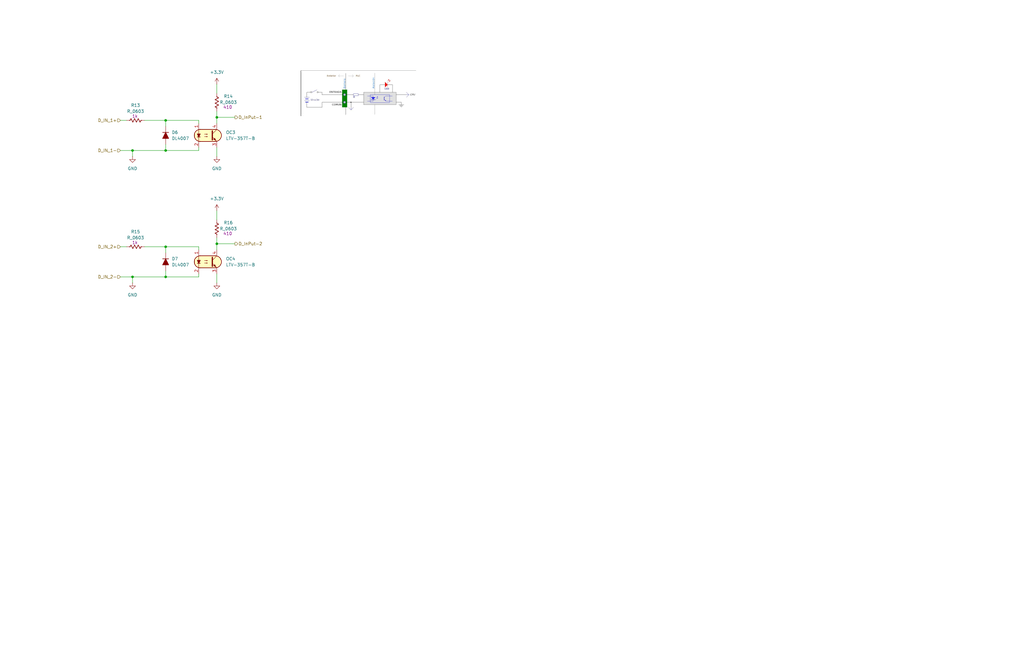
<source format=kicad_sch>
(kicad_sch (version 20250114) (generator "eeschema") (generator_version "9.0")
  (paper "USLedger")
  (lib_symbols
    (symbol "PCM_Diode_AKL:DL4007" (pin_numbers (hide yes)) (pin_names (offset 1.016) (hide yes))
      (property "Reference" "D" (at 0 5.08 0))
      (property "Value" "DL4007" (at 0 2.54 0))
      (symbol "DL4007_0_1"
        (polyline (pts (xy -1.27 1.27) (xy -1.27 -1.27) (xy 1.27 0) (xy -1.27 1.27)) (stroke (width 0.254)) (fill (type outline)))
        (polyline (pts (xy -1.27 0) (xy 1.27 0)))
        (polyline (pts (xy 1.27 1.27) (xy 1.27 -1.27)) (stroke (width 0.254)))
      )
      (symbol "DL4007_0_2"
        (polyline (pts (xy -2.54 -2.54) (xy 2.54 2.54)))
        (polyline (pts (xy -0.889 -0.889) (xy -1.778 0) (xy 0.889 0.889) (xy 0 -1.778) (xy -0.889 -0.889)) (stroke (width 0.254)) (fill (type outline)))
        (polyline (pts (xy 0 1.778) (xy 1.778 0)) (stroke (width 0.254)))
      )
      (symbol "DL4007_1_1"
        (pin passive line (at -3.81 0 0) (length 2.54) (name "A") (number "2"))
        (pin passive line (at 3.81 0 180) (length 2.54) (name "K") (number "1"))
      )
      (symbol "DL4007_1_2"
        (pin passive line (at -2.54 -2.54 0) (length 0) (name "A") (number "2"))
        (pin passive line (at 2.54 2.54 180) (length 0) (name "K") (number "1"))
      )
    )
    (symbol "PCM_Optocoupler_AKL:LTV-357T-B" (pin_names (offset 1.016))
      (property "Reference" "OC" (at 6.35 1.27 0))
      (property "Value" "LTV-357T-B" (at 6.35 -1.27 0))
      (symbol "LTV-357T-B_0_1"
        (polyline (pts (xy -4.445 -0.635) (xy -3.175 -0.635)) (stroke (width 0.254)))
        (polyline (pts (xy -3.81 -0.635) (xy -4.445 0.635) (xy -3.175 0.635) (xy -3.81 -0.635)) (stroke (width 0.254)) (fill (type outline)))
        (polyline (pts (xy -3.81 -2.54) (xy -3.81 -1.27) (xy -3.81 2.54)) (stroke (width 0.1524)))
        (polyline (pts (xy -3.175 2.54) (xy 3.175 2.54)) (stroke (width 0.254)))
        (arc (start -3.1975 -2.54) (mid -5.7151 0) (end -3.1975 2.54) (stroke (width 0.254)))
        (polyline (pts (xy -2.54 2.54) (xy 3.429 2.54) (xy 4.318 2.286) (xy 4.699 2.032) (xy 5.08 1.651) (xy 5.461 1.016) (xy 5.715 0.381) (xy 5.715 -0.381) (xy 5.461 -1.143) (xy 4.826 -1.905) (xy 4.191 -2.286) (xy 3.302 -2.54) (xy -3.81 -2.54) (xy -3.81 -2.54) (xy -4.572 -2.032) (xy -5.08 -1.778) (xy -5.588 -0.508) (xy -5.588 0.254) (xy -5.588 1.016) (xy -5.08 1.778) (xy -4.318 2.286) (xy -3.556 2.54) (xy -2.54 2.54)) (stroke (width 0.01)) (fill (type background)))
        (polyline (pts (xy -1.397 0.508) (xy -0.127 0.508) (xy -0.508 0.381) (xy -0.508 0.635) (xy -0.127 0.508)))
        (polyline (pts (xy -1.397 -0.508) (xy -0.127 -0.508) (xy -0.508 -0.635) (xy -0.508 -0.381) (xy -0.127 -0.508)))
        (polyline (pts (xy 1.905 1.905) (xy 1.905 -1.905) (xy 1.905 -1.905)) (stroke (width 0.508)))
        (polyline (pts (xy 1.905 0.635) (xy 3.81 2.54)))
        (polyline (pts (xy 2.413 -1.651) (xy 2.921 -1.143) (xy 3.429 -2.159) (xy 2.413 -1.651) (xy 2.413 -1.651)) (fill (type outline)))
        (arc (start 3.1975 2.54) (mid 5.7151 0) (end 3.1975 -2.54) (stroke (width 0.254)))
        (polyline (pts (xy 3.175 -2.54) (xy -3.175 -2.54)) (stroke (width 0.254)))
        (polyline (pts (xy 3.81 -2.54) (xy 1.905 -0.635)) (fill (type outline)))
      )
      (symbol "LTV-357T-B_1_1"
        (pin passive line (at -3.81 5.08 270) (length 2.54) (name "~") (number "1"))
        (pin passive line (at -3.81 -5.08 90) (length 2.54) (name "~") (number "2"))
        (pin passive line (at 3.81 5.08 270) (length 2.54) (name "~") (number "4"))
        (pin passive line (at 3.81 -5.08 90) (length 2.54) (name "~") (number "3"))
      )
    )
    (symbol "PCM_Resistor_US_AKL:R_0603" (pin_numbers (hide yes)) (pin_names (offset 0))
      (property "Reference" "R" (at 2.54 1.27 0))
      (property "Value" "R_0603" (at 2.54 -1.27 0))
      (symbol "R_0603_0_1"
        (polyline (pts (xy 0 2.286) (xy 0 2.54)) (stroke (width 0.254)))
        (polyline (pts (xy 0 2.286) (xy 0.762 1.905) (xy -0.762 1.143) (xy 0 0.762) (xy 0.762 0.381) (xy 0 0) (xy -0.762 -0.381) (xy 0 -0.762) (xy 0.762 -1.143) (xy 0 -1.524) (xy -0.762 -1.905) (xy 0 -2.286)) (stroke (width 0.254)))
        (polyline (pts (xy 0 -2.286) (xy 0 -2.54)) (stroke (width 0.254)))
      )
      (symbol "R_0603_0_2"
        (polyline (pts (xy -2.54 -2.54) (xy -1.778 -1.778)))
        (polyline (pts (xy -1.778 -1.778) (xy -1.524 -1.524)) (stroke (width 0.254)))
        (polyline (pts (xy -1.524 -1.524) (xy -1.778 -0.762) (xy -1.016 -1.016)) (stroke (width 0.254)))
        (polyline (pts (xy -0.508 -0.508) (xy -0.762 0.254) (xy 0 0)) (stroke (width 0.254)))
        (polyline (pts (xy -0.508 -0.508) (xy -0.254 -1.27) (xy -1.016 -1.016)) (stroke (width 0.254)))
        (polyline (pts (xy 0.508 0.508) (xy 0.254 1.27) (xy 1.016 1.016)) (stroke (width 0.254)))
        (polyline (pts (xy 0.508 0.508) (xy 0.762 -0.254) (xy 0 0)) (stroke (width 0.254)))
        (polyline (pts (xy 1.524 1.524) (xy 1.778 0.762) (xy 1.016 1.016)) (stroke (width 0.254)))
        (polyline (pts (xy 1.778 1.778) (xy 1.524 1.524)) (stroke (width 0.254)))
        (polyline (pts (xy 1.778 1.778) (xy 2.54 2.54)))
      )
      (symbol "R_0603_1_1"
        (pin passive line (at 0 3.81 270) (length 1.27) (name "~") (number "1"))
        (pin passive line (at 0 -3.81 90) (length 1.27) (name "~") (number "2"))
      )
      (symbol "R_0603_1_2"
        (pin passive line (at -2.54 -2.54 0) (length 0) (name "") (number "2"))
        (pin passive line (at 2.54 2.54 180) (length 0) (name "") (number "1"))
      )
    )
    (symbol "power:+3.3V" (power) (pin_numbers (hide yes)) (pin_names (offset 0) (hide yes))
      (property "Value" "+3.3V" (at 0 3.556 0))
      (symbol "+3.3V_0_1"
        (polyline (pts (xy -0.762 1.27) (xy 0 2.54)))
        (polyline (pts (xy 0 2.54) (xy 0.762 1.27)))
        (polyline (pts (xy 0 0) (xy 0 2.54)))
      )
      (symbol "+3.3V_1_1"
        (pin power_in line (at 0 0 90) (length 0) (name "~") (number "1"))
      )
    )
    (symbol "power:GND" (power) (pin_numbers (hide yes)) (pin_names (offset 0) (hide yes))
      (property "Value" "GND" (at 0 -3.81 0))
      (symbol "GND_0_1"
        (polyline (pts (xy 0 0) (xy 0 -1.27) (xy 1.27 -1.27) (xy 0 -2.54) (xy -1.27 -1.27) (xy 0 -1.27)))
      )
      (symbol "GND_1_1"
        (pin power_in line (at 0 0 270) (length 0) (name "~") (number "1"))
      )
    )
  )
  (junction (at 69.85 63.5))
  (junction (at 69.85 116.84))
  (junction (at 91.44 102.87))
  (junction (at 69.85 104.14))
  (junction (at 55.88 116.84))
  (junction (at 55.88 63.5))
  (junction (at 69.85 50.8))
  (junction (at 91.44 49.53))
  (wire (pts (xy 69.85 63.5) (xy 55.88 63.5)))
  (wire (pts (xy 69.85 50.8) (xy 69.85 53.34)))
  (wire (pts (xy 60.96 104.14) (xy 69.85 104.14)))
  (wire (pts (xy 83.82 115.57) (xy 83.82 116.84)))
  (wire (pts (xy 83.82 62.23) (xy 83.82 63.5)))
  (wire (pts (xy 83.82 116.84) (xy 69.85 116.84)))
  (wire (pts (xy 83.82 104.14) (xy 83.82 105.41)))
  (wire (pts (xy 91.44 102.87) (xy 91.44 105.41)))
  (wire (pts (xy 69.85 60.96) (xy 69.85 63.5)))
  (wire (pts (xy 91.44 62.23) (xy 91.44 66.04)))
  (wire (pts (xy 69.85 116.84) (xy 55.88 116.84)))
  (wire (pts (xy 69.85 114.3) (xy 69.85 116.84)))
  (wire (pts (xy 83.82 63.5) (xy 69.85 63.5)))
  (wire (pts (xy 91.44 49.53) (xy 91.44 52.07)))
  (wire (pts (xy 55.88 116.84) (xy 50.8 116.84)))
  (wire (pts (xy 60.96 50.8) (xy 69.85 50.8)))
  (wire (pts (xy 55.88 63.5) (xy 50.8 63.5)))
  (wire (pts (xy 50.8 104.14) (xy 53.34 104.14)))
  (wire (pts (xy 55.88 63.5) (xy 55.88 66.04)))
  (wire (pts (xy 55.88 116.84) (xy 55.88 119.38)))
  (wire (pts (xy 91.44 115.57) (xy 91.44 119.38)))
  (wire (pts (xy 91.44 46.99) (xy 91.44 49.53)))
  (wire (pts (xy 83.82 50.8) (xy 83.82 52.07)))
  (wire (pts (xy 91.44 88.9) (xy 91.44 92.71)))
  (wire (pts (xy 50.8 50.8) (xy 53.34 50.8)))
  (wire (pts (xy 91.44 35.56) (xy 91.44 39.37)))
  (wire (pts (xy 69.85 104.14) (xy 69.85 106.68)))
  (wire (pts (xy 69.85 104.14) (xy 83.82 104.14)))
  (wire (pts (xy 91.44 100.33) (xy 91.44 102.87)))
  (wire (pts (xy 91.44 102.87) (xy 99.06 102.87)))
  (wire (pts (xy 69.85 50.8) (xy 83.82 50.8)))
  (wire (pts (xy 91.44 49.53) (xy 99.06 49.53)))
  (image (at 151.13 39.37) (scale 0.241952))
  (hierarchical_label "D_IN_2+" (shape input) (at 50.8 104.14 180))
  (hierarchical_label "D_IN_2-" (shape input) (at 50.8 116.84 180))
  (hierarchical_label "D_IN_1-" (shape input) (at 50.8 63.5 180))
  (hierarchical_label "D_IN_1+" (shape input) (at 50.8 50.8 180))
  (hierarchical_label "D_InPut-1" (shape output) (at 99.06 49.53 0))
  (hierarchical_label "D_InPut-2" (shape output) (at 99.06 102.87 0))
  (symbol (lib_id "power:GND") (at 91.44 66.04 0) (unit 1)
    (property "Reference" "#PWR033" (effects (hide yes)))
    (property "Value" "GND" (at 91.44 71.12 0))
    (property "Description" "Power symbol creates a global label with name \"GND\" , ground" (effects (hide yes)))
  )
  (symbol (lib_id "power:GND") (at 55.88 66.04 0) (unit 1)
    (property "Reference" "#PWR031" (effects (hide yes)))
    (property "Value" "GND" (at 55.88 71.12 0))
    (property "Description" "Power symbol creates a global label with name \"GND\" , ground" (effects (hide yes)))
  )
  (symbol (lib_id "PCM_Optocoupler_AKL:LTV-357T-B") (at 87.63 57.15 0) (unit 1)
    (property "Reference" "OC3" (at 95.25 55.8799 0) (effects (justify left)))
    (property "Value" "LTV-357T-B" (at 95.25 58.4199 0) (effects (justify left)))
    (property "Footprint" "PCM_Package_SO_AKL:SO-4_4.4x3.9mm_P2.54mm" (effects (hide yes)))
    (property "Datasheet" "https://www.tme.eu/Document/4ccb1404604244f2e07aa15af3469fcc/LTV-357T.pdf" (effects (hide yes)))
    (property "Description" "SO-4 Optocoupler, Transistor output, 3.75kV, 18us, Alternate KiCAD Library" (effects (hide yes)))
  )
  (symbol (lib_id "PCM_Resistor_US_AKL:R_0603") (at 57.15 50.8 90) (unit 1)
    (property "Reference" "R13" (at 57.15 44.45 90))
    (property "Value" "R_0603" (at 57.15 46.99 90))
    (property "Footprint" "PCM_Resistor_SMD_AKL:R_0603_1608Metric" (effects (hide yes)))
    (property "Description" "SMD 0603 Chip Resistor, US Symbol, Alternate KiCad Library" (effects (hide yes)))
    (property "Capacidad " "1k" (at 56.896 49.022 90))
  )
  (symbol (lib_id "power:GND") (at 55.88 119.38 0) (unit 1)
    (property "Reference" "#PWR034" (effects (hide yes)))
    (property "Value" "GND" (at 55.88 124.46 0))
    (property "Description" "Power symbol creates a global label with name \"GND\" , ground" (effects (hide yes)))
  )
  (symbol (lib_id "PCM_Diode_AKL:DL4007") (at 69.85 110.49 90) (unit 1)
    (property "Reference" "D7" (at 72.39 109.2199 90) (effects (justify right)))
    (property "Value" "DL4007" (at 72.39 111.7599 90) (effects (justify right)))
    (property "Footprint" "PCM_Diode_SMD_AKL:D_MELF" (effects (hide yes)))
    (property "Datasheet" "https://www.diodes.com/assets/Datasheets/products_inactive_data/ds16001.pdf" (effects (hide yes)))
    (property "Description" "MELF Diode, Rectifier, 1000V, 1A, Alternate KiCad Library" (effects (hide yes)))
  )
  (symbol (lib_id "PCM_Optocoupler_AKL:LTV-357T-B") (at 87.63 110.49 0) (unit 1)
    (property "Reference" "OC4" (at 95.25 109.2199 0) (effects (justify left)))
    (property "Value" "LTV-357T-B" (at 95.25 111.7599 0) (effects (justify left)))
    (property "Footprint" "PCM_Package_SO_AKL:SO-4_4.4x3.9mm_P2.54mm" (effects (hide yes)))
    (property "Datasheet" "https://www.tme.eu/Document/4ccb1404604244f2e07aa15af3469fcc/LTV-357T.pdf" (effects (hide yes)))
    (property "Description" "SO-4 Optocoupler, Transistor output, 3.75kV, 18us, Alternate KiCAD Library" (effects (hide yes)))
  )
  (symbol (lib_id "PCM_Resistor_US_AKL:R_0603") (at 91.44 96.52 0) (unit 1)
    (property "Reference" "R16" (at 96.266 93.98 0))
    (property "Value" "R_0603" (at 96.266 96.52 0))
    (property "Footprint" "PCM_Resistor_SMD_AKL:R_0603_1608Metric" (effects (hide yes)))
    (property "Description" "SMD 0603 Chip Resistor, US Symbol, Alternate KiCad Library" (effects (hide yes)))
    (property "Capacidad " "410" (at 96.012 98.552 0))
  )
  (symbol (lib_id "power:+3.3V") (at 91.44 88.9 0) (unit 1)
    (property "Reference" "#PWR035" (effects (hide yes)))
    (property "Value" "+3.3V" (at 91.44 83.82 0))
    (property "Description" "Power symbol creates a global label with name \"+3.3V\"" (effects (hide yes)))
  )
  (symbol (lib_id "power:GND") (at 91.44 119.38 0) (unit 1)
    (property "Reference" "#PWR036" (effects (hide yes)))
    (property "Value" "GND" (at 91.44 124.46 0))
    (property "Description" "Power symbol creates a global label with name \"GND\" , ground" (effects (hide yes)))
  )
  (symbol (lib_id "power:+3.3V") (at 91.44 35.56 0) (unit 1)
    (property "Reference" "#PWR032" (effects (hide yes)))
    (property "Value" "+3.3V" (at 91.44 30.48 0))
    (property "Description" "Power symbol creates a global label with name \"+3.3V\"" (effects (hide yes)))
  )
  (symbol (lib_id "PCM_Resistor_US_AKL:R_0603") (at 91.44 43.18 0) (unit 1)
    (property "Reference" "R14" (at 96.266 40.64 0))
    (property "Value" "R_0603" (at 96.266 43.18 0))
    (property "Footprint" "PCM_Resistor_SMD_AKL:R_0603_1608Metric" (effects (hide yes)))
    (property "Description" "SMD 0603 Chip Resistor, US Symbol, Alternate KiCad Library" (effects (hide yes)))
    (property "Capacidad " "410" (at 96.012 45.212 0))
  )
  (symbol (lib_id "PCM_Diode_AKL:DL4007") (at 69.85 57.15 90) (unit 1)
    (property "Reference" "D6" (at 72.39 55.8799 90) (effects (justify right)))
    (property "Value" "DL4007" (at 72.39 58.4199 90) (effects (justify right)))
    (property "Footprint" "PCM_Diode_SMD_AKL:D_MELF" (effects (hide yes)))
    (property "Datasheet" "https://www.diodes.com/assets/Datasheets/products_inactive_data/ds16001.pdf" (effects (hide yes)))
    (property "Description" "MELF Diode, Rectifier, 1000V, 1A, Alternate KiCad Library" (effects (hide yes)))
  )
  (symbol (lib_id "PCM_Resistor_US_AKL:R_0603") (at 57.15 104.14 90) (unit 1)
    (property "Reference" "R15" (at 57.15 97.79 90))
    (property "Value" "R_0603" (at 57.15 100.33 90))
    (property "Footprint" "PCM_Resistor_SMD_AKL:R_0603_1608Metric" (effects (hide yes)))
    (property "Description" "SMD 0603 Chip Resistor, US Symbol, Alternate KiCad Library" (effects (hide yes)))
    (property "Capacidad " "1k" (at 56.896 102.362 90))
  )
)
</source>
